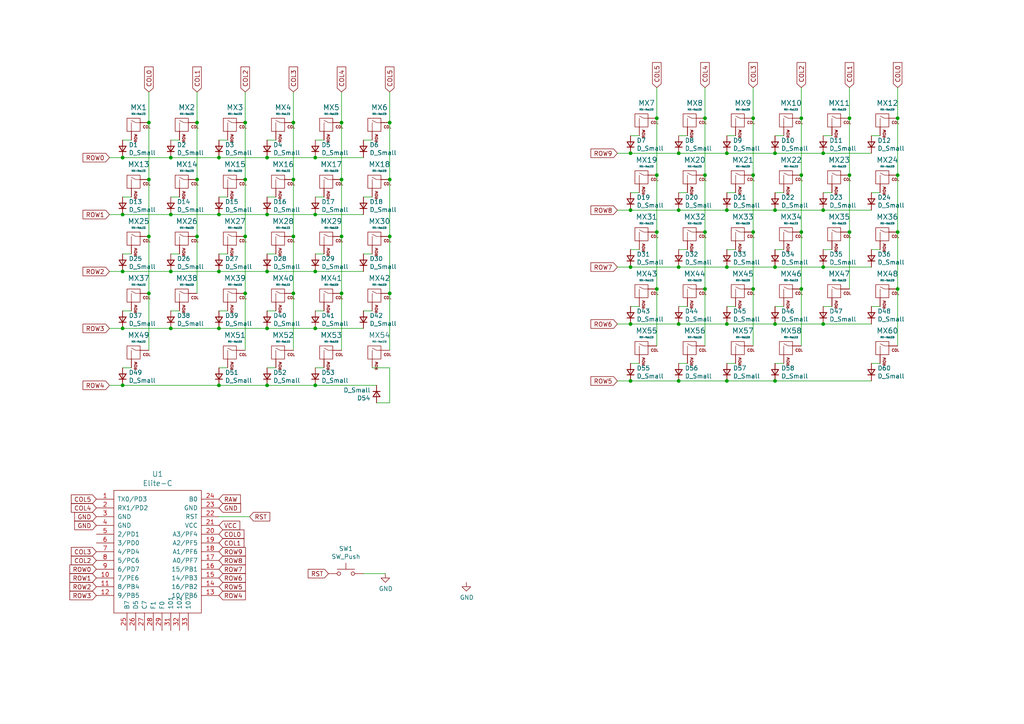
<source format=kicad_sch>
(kicad_sch (version 20211123) (generator eeschema)
  (paper "A4")
  (junction (at 260.35 50.8))
  (junction (at 77.47 62.23))
  (junction (at 85.09 52.07))
  (junction (at 224.79 60.96))
  (junction (at 246.38 67.31))
  (junction (at 113.03 85.09))
  (junction (at 246.38 50.8))
  (junction (at 210.82 93.98))
  (junction (at 77.47 95.25))
  (junction (at 196.85 60.96))
  (junction (at 71.12 85.09))
  (junction (at 49.53 95.25))
  (junction (at 35.56 111.76))
  (junction (at 77.47 45.72))
  (junction (at 232.41 67.31))
  (junction (at 43.18 35.56))
  (junction (at 260.35 67.31))
  (junction (at 238.76 44.45))
  (junction (at 85.09 68.58))
  (junction (at 63.5 62.23))
  (junction (at 196.85 44.45))
  (junction (at 113.03 68.58))
  (junction (at 204.47 34.29))
  (junction (at 63.5 111.76))
  (junction (at 204.47 50.8))
  (junction (at 196.85 77.47))
  (junction (at 35.56 62.23))
  (junction (at 182.88 60.96))
  (junction (at 35.56 78.74))
  (junction (at 182.88 77.47))
  (junction (at 238.76 93.98))
  (junction (at 190.5 67.31))
  (junction (at 190.5 34.29))
  (junction (at 63.5 95.25))
  (junction (at 63.5 45.72))
  (junction (at 77.47 78.74))
  (junction (at 85.09 85.09))
  (junction (at 35.56 45.72))
  (junction (at 210.82 110.49))
  (junction (at 182.88 93.98))
  (junction (at 113.03 35.56))
  (junction (at 91.44 111.76))
  (junction (at 91.44 95.25))
  (junction (at 218.44 67.31))
  (junction (at 49.53 62.23))
  (junction (at 224.79 110.49))
  (junction (at 210.82 77.47))
  (junction (at 71.12 52.07))
  (junction (at 260.35 34.29))
  (junction (at 91.44 45.72))
  (junction (at 260.35 83.82))
  (junction (at 210.82 60.96))
  (junction (at 71.12 35.56))
  (junction (at 99.06 52.07))
  (junction (at 57.15 35.56))
  (junction (at 43.18 52.07))
  (junction (at 91.44 78.74))
  (junction (at 238.76 60.96))
  (junction (at 77.47 111.76))
  (junction (at 99.06 35.56))
  (junction (at 57.15 52.07))
  (junction (at 218.44 83.82))
  (junction (at 49.53 45.72))
  (junction (at 204.47 83.82))
  (junction (at 196.85 110.49))
  (junction (at 218.44 34.29))
  (junction (at 85.09 35.56))
  (junction (at 182.88 44.45))
  (junction (at 113.03 52.07))
  (junction (at 57.15 68.58))
  (junction (at 232.41 34.29))
  (junction (at 190.5 83.82))
  (junction (at 238.76 77.47))
  (junction (at 196.85 93.98))
  (junction (at 71.12 68.58))
  (junction (at 43.18 85.09))
  (junction (at 99.06 68.58))
  (junction (at 182.88 110.49))
  (junction (at 91.44 62.23))
  (junction (at 218.44 50.8))
  (junction (at 43.18 68.58))
  (junction (at 224.79 93.98))
  (junction (at 232.41 83.82))
  (junction (at 232.41 50.8))
  (junction (at 204.47 67.31))
  (junction (at 224.79 44.45))
  (junction (at 246.38 34.29))
  (junction (at 99.06 85.09))
  (junction (at 49.53 78.74))
  (junction (at 224.79 77.47))
  (junction (at 210.82 44.45))
  (junction (at 63.5 78.74))
  (junction (at 35.56 95.25))
  (junction (at 190.5 50.8))
  (wire (pts (xy 43.18 35.56) (xy 43.18 52.07)))
  (wire (pts (xy 35.56 62.23) (xy 49.53 62.23)))
  (wire (pts (xy 232.41 25.4) (xy 232.41 34.29)))
  (wire (pts (xy 35.56 78.74) (xy 49.53 78.74)))
  (wire (pts (xy 204.47 50.8) (xy 204.47 67.31)))
  (wire (pts (xy 196.85 88.9) (xy 199.39 88.9)))
  (wire (pts (xy 49.53 45.72) (xy 63.5 45.72)))
  (wire (pts (xy 190.5 67.31) (xy 190.5 83.82)))
  (wire (pts (xy 43.18 85.09) (xy 43.18 101.6)))
  (wire (pts (xy 91.44 62.23) (xy 105.41 62.23)))
  (wire (pts (xy 71.12 85.09) (xy 71.12 101.6)))
  (wire (pts (xy 77.47 90.17) (xy 80.01 90.17)))
  (wire (pts (xy 252.73 88.9) (xy 255.27 88.9)))
  (wire (pts (xy 179.07 93.98) (xy 182.88 93.98)))
  (wire (pts (xy 204.47 67.31) (xy 204.47 83.82)))
  (wire (pts (xy 49.53 78.74) (xy 63.5 78.74)))
  (wire (pts (xy 63.5 62.23) (xy 77.47 62.23)))
  (wire (pts (xy 113.03 52.07) (xy 113.03 68.58)))
  (wire (pts (xy 260.35 67.31) (xy 260.35 83.82)))
  (wire (pts (xy 63.5 57.15) (xy 66.04 57.15)))
  (wire (pts (xy 35.56 95.25) (xy 49.53 95.25)))
  (wire (pts (xy 85.09 35.56) (xy 85.09 52.07)))
  (wire (pts (xy 210.82 77.47) (xy 224.79 77.47)))
  (wire (pts (xy 238.76 39.37) (xy 241.3 39.37)))
  (wire (pts (xy 35.56 45.72) (xy 49.53 45.72)))
  (wire (pts (xy 85.09 26.67) (xy 85.09 35.56)))
  (wire (pts (xy 196.85 93.98) (xy 210.82 93.98)))
  (wire (pts (xy 196.85 55.88) (xy 199.39 55.88)))
  (wire (pts (xy 246.38 25.4) (xy 246.38 34.29)))
  (wire (pts (xy 91.44 40.64) (xy 93.98 40.64)))
  (wire (pts (xy 85.09 68.58) (xy 85.09 85.09)))
  (wire (pts (xy 113.03 68.58) (xy 113.03 85.09)))
  (wire (pts (xy 260.35 83.82) (xy 260.35 100.33)))
  (wire (pts (xy 77.47 106.68) (xy 80.01 106.68)))
  (wire (pts (xy 232.41 34.29) (xy 232.41 50.8)))
  (wire (pts (xy 232.41 50.8) (xy 232.41 67.31)))
  (wire (pts (xy 218.44 25.4) (xy 218.44 34.29)))
  (wire (pts (xy 182.88 39.37) (xy 185.42 39.37)))
  (wire (pts (xy 238.76 93.98) (xy 252.73 93.98)))
  (wire (pts (xy 35.56 40.64) (xy 38.1 40.64)))
  (wire (pts (xy 182.88 105.41) (xy 185.42 105.41)))
  (wire (pts (xy 77.47 95.25) (xy 91.44 95.25)))
  (wire (pts (xy 190.5 34.29) (xy 190.5 50.8)))
  (wire (pts (xy 31.75 62.23) (xy 35.56 62.23)))
  (wire (pts (xy 77.47 73.66) (xy 80.01 73.66)))
  (wire (pts (xy 232.41 83.82) (xy 232.41 100.33)))
  (wire (pts (xy 246.38 34.29) (xy 246.38 50.8)))
  (wire (pts (xy 182.88 93.98) (xy 196.85 93.98)))
  (wire (pts (xy 182.88 60.96) (xy 196.85 60.96)))
  (wire (pts (xy 238.76 77.47) (xy 252.73 77.47)))
  (wire (pts (xy 91.44 111.76) (xy 109.22 111.76)))
  (wire (pts (xy 57.15 52.07) (xy 57.15 68.58)))
  (wire (pts (xy 113.03 106.68) (xy 107.95 106.68)))
  (wire (pts (xy 224.79 88.9) (xy 227.33 88.9)))
  (wire (pts (xy 224.79 44.45) (xy 238.76 44.45)))
  (wire (pts (xy 31.75 95.25) (xy 35.56 95.25)))
  (wire (pts (xy 35.56 111.76) (xy 63.5 111.76)))
  (wire (pts (xy 190.5 25.4) (xy 190.5 34.29)))
  (wire (pts (xy 57.15 35.56) (xy 57.15 52.07)))
  (wire (pts (xy 77.47 57.15) (xy 80.01 57.15)))
  (wire (pts (xy 238.76 55.88) (xy 241.3 55.88)))
  (wire (pts (xy 91.44 45.72) (xy 105.41 45.72)))
  (wire (pts (xy 113.03 26.67) (xy 113.03 35.56)))
  (wire (pts (xy 77.47 111.76) (xy 91.44 111.76)))
  (wire (pts (xy 182.88 72.39) (xy 185.42 72.39)))
  (wire (pts (xy 35.56 57.15) (xy 38.1 57.15)))
  (wire (pts (xy 182.88 44.45) (xy 196.85 44.45)))
  (wire (pts (xy 91.44 73.66) (xy 93.98 73.66)))
  (wire (pts (xy 49.53 40.64) (xy 52.07 40.64)))
  (wire (pts (xy 179.07 44.45) (xy 182.88 44.45)))
  (wire (pts (xy 105.41 73.66) (xy 107.95 73.66)))
  (wire (pts (xy 43.18 68.58) (xy 43.18 85.09)))
  (wire (pts (xy 232.41 67.31) (xy 232.41 83.82)))
  (wire (pts (xy 204.47 83.82) (xy 204.47 100.33)))
  (wire (pts (xy 210.82 39.37) (xy 213.36 39.37)))
  (wire (pts (xy 63.5 78.74) (xy 77.47 78.74)))
  (wire (pts (xy 35.56 106.68) (xy 38.1 106.68)))
  (wire (pts (xy 204.47 34.29) (xy 204.47 50.8)))
  (wire (pts (xy 196.85 39.37) (xy 199.39 39.37)))
  (wire (pts (xy 210.82 60.96) (xy 224.79 60.96)))
  (wire (pts (xy 190.5 83.82) (xy 190.5 100.33)))
  (wire (pts (xy 196.85 105.41) (xy 199.39 105.41)))
  (wire (pts (xy 252.73 55.88) (xy 255.27 55.88)))
  (wire (pts (xy 179.07 110.49) (xy 182.88 110.49)))
  (wire (pts (xy 210.82 88.9) (xy 213.36 88.9)))
  (wire (pts (xy 63.5 95.25) (xy 77.47 95.25)))
  (wire (pts (xy 63.5 149.86) (xy 72.39 149.86)))
  (wire (pts (xy 179.07 60.96) (xy 182.88 60.96)))
  (wire (pts (xy 238.76 44.45) (xy 252.73 44.45)))
  (wire (pts (xy 71.12 52.07) (xy 71.12 68.58)))
  (wire (pts (xy 218.44 83.82) (xy 218.44 100.33)))
  (wire (pts (xy 49.53 62.23) (xy 63.5 62.23)))
  (wire (pts (xy 252.73 39.37) (xy 255.27 39.37)))
  (wire (pts (xy 105.41 57.15) (xy 107.95 57.15)))
  (wire (pts (xy 77.47 40.64) (xy 80.01 40.64)))
  (wire (pts (xy 99.06 68.58) (xy 99.06 85.09)))
  (wire (pts (xy 49.53 73.66) (xy 52.07 73.66)))
  (wire (pts (xy 49.53 95.25) (xy 63.5 95.25)))
  (wire (pts (xy 63.5 90.17) (xy 66.04 90.17)))
  (wire (pts (xy 43.18 52.07) (xy 43.18 68.58)))
  (wire (pts (xy 210.82 72.39) (xy 213.36 72.39)))
  (wire (pts (xy 210.82 110.49) (xy 224.79 110.49)))
  (wire (pts (xy 260.35 25.4) (xy 260.35 34.29)))
  (wire (pts (xy 182.88 77.47) (xy 196.85 77.47)))
  (wire (pts (xy 210.82 44.45) (xy 224.79 44.45)))
  (wire (pts (xy 91.44 57.15) (xy 93.98 57.15)))
  (wire (pts (xy 57.15 26.67) (xy 57.15 35.56)))
  (wire (pts (xy 238.76 60.96) (xy 252.73 60.96)))
  (wire (pts (xy 63.5 73.66) (xy 66.04 73.66)))
  (wire (pts (xy 179.07 77.47) (xy 182.88 77.47)))
  (wire (pts (xy 218.44 50.8) (xy 218.44 67.31)))
  (wire (pts (xy 210.82 105.41) (xy 213.36 105.41)))
  (wire (pts (xy 190.5 50.8) (xy 190.5 67.31)))
  (wire (pts (xy 224.79 55.88) (xy 227.33 55.88)))
  (wire (pts (xy 224.79 110.49) (xy 252.73 110.49)))
  (wire (pts (xy 35.56 90.17) (xy 38.1 90.17)))
  (wire (pts (xy 71.12 35.56) (xy 71.12 52.07)))
  (wire (pts (xy 105.41 90.17) (xy 107.95 90.17)))
  (wire (pts (xy 31.75 45.72) (xy 35.56 45.72)))
  (wire (pts (xy 99.06 35.56) (xy 99.06 52.07)))
  (wire (pts (xy 99.06 26.67) (xy 99.06 35.56)))
  (wire (pts (xy 77.47 78.74) (xy 91.44 78.74)))
  (wire (pts (xy 85.09 52.07) (xy 85.09 68.58)))
  (wire (pts (xy 260.35 50.8) (xy 260.35 67.31)))
  (wire (pts (xy 204.47 25.4) (xy 204.47 34.29)))
  (wire (pts (xy 49.53 57.15) (xy 52.07 57.15)))
  (wire (pts (xy 182.88 110.49) (xy 196.85 110.49)))
  (wire (pts (xy 224.79 105.41) (xy 227.33 105.41)))
  (wire (pts (xy 252.73 105.41) (xy 255.27 105.41)))
  (wire (pts (xy 113.03 116.84) (xy 109.22 116.84)))
  (wire (pts (xy 246.38 50.8) (xy 246.38 67.31)))
  (wire (pts (xy 224.79 77.47) (xy 238.76 77.47)))
  (wire (pts (xy 99.06 85.09) (xy 99.06 101.6)))
  (wire (pts (xy 49.53 90.17) (xy 52.07 90.17)))
  (wire (pts (xy 246.38 67.31) (xy 246.38 83.82)))
  (wire (pts (xy 196.85 77.47) (xy 210.82 77.47)))
  (wire (pts (xy 31.75 111.76) (xy 35.56 111.76)))
  (wire (pts (xy 224.79 72.39) (xy 227.33 72.39)))
  (wire (pts (xy 63.5 45.72) (xy 77.47 45.72)))
  (wire (pts (xy 57.15 68.58) (xy 57.15 85.09)))
  (wire (pts (xy 113.03 85.09) (xy 113.03 101.6)))
  (wire (pts (xy 218.44 34.29) (xy 218.44 50.8)))
  (wire (pts (xy 210.82 93.98) (xy 224.79 93.98)))
  (wire (pts (xy 63.5 111.76) (xy 77.47 111.76)))
  (wire (pts (xy 105.41 166.37) (xy 111.76 166.37)))
  (wire (pts (xy 196.85 44.45) (xy 210.82 44.45)))
  (wire (pts (xy 260.35 34.29) (xy 260.35 50.8)))
  (wire (pts (xy 91.44 95.25) (xy 105.41 95.25)))
  (wire (pts (xy 196.85 72.39) (xy 199.39 72.39)))
  (wire (pts (xy 63.5 106.68) (xy 66.04 106.68)))
  (wire (pts (xy 196.85 110.49) (xy 210.82 110.49)))
  (wire (pts (xy 31.75 78.74) (xy 35.56 78.74)))
  (wire (pts (xy 238.76 88.9) (xy 241.3 88.9)))
  (wire (pts (xy 182.88 88.9) (xy 185.42 88.9)))
  (wire (pts (xy 182.88 55.88) (xy 185.42 55.88)))
  (wire (pts (xy 252.73 72.39) (xy 255.27 72.39)))
  (wire (pts (xy 77.47 62.23) (xy 91.44 62.23)))
  (wire (pts (xy 77.47 45.72) (xy 91.44 45.72)))
  (wire (pts (xy 85.09 85.09) (xy 85.09 101.6)))
  (wire (pts (xy 224.79 39.37) (xy 227.33 39.37)))
  (wire (pts (xy 43.18 26.67) (xy 43.18 35.56)))
  (wire (pts (xy 224.79 60.96) (xy 238.76 60.96)))
  (wire (pts (xy 71.12 26.67) (xy 71.12 35.56)))
  (wire (pts (xy 224.79 93.98) (xy 238.76 93.98)))
  (wire (pts (xy 91.44 90.17) (xy 93.98 90.17)))
  (wire (pts (xy 35.56 73.66) (xy 38.1 73.66)))
  (wire (pts (xy 113.03 106.68) (xy 113.03 116.84)))
  (wire (pts (xy 71.12 68.58) (xy 71.12 85.09)))
  (wire (pts (xy 218.44 67.31) (xy 218.44 83.82)))
  (wire (pts (xy 91.44 78.74) (xy 105.41 78.74)))
  (wire (pts (xy 238.76 72.39) (xy 241.3 72.39)))
  (wire (pts (xy 63.5 40.64) (xy 66.04 40.64)))
  (wire (pts (xy 91.44 106.68) (xy 93.98 106.68)))
  (wire (pts (xy 99.06 52.07) (xy 99.06 68.58)))
  (wire (pts (xy 113.03 35.56) (xy 113.03 52.07)))
  (wire (pts (xy 105.41 40.64) (xy 107.95 40.64)))
  (wire (pts (xy 210.82 55.88) (xy 213.36 55.88)))
  (wire (pts (xy 196.85 60.96) (xy 210.82 60.96)))
  (global_label "ROW1" (shape input) (at 27.94 167.64 180) (property "Intersheet References" "${INTERSHEET_REFS}" (effects hide)))
  (global_label "ROW3" (shape input) (at 31.75 95.25 180) (property "Intersheet References" "${INTERSHEET_REFS}" (effects hide)))
  (global_label "COL1" (shape input) (at 246.38 25.4 90) (property "Intersheet References" "${INTERSHEET_REFS}" (effects hide)))
  (global_label "GND" (shape input) (at 27.94 149.86 180) (property "Intersheet References" "${INTERSHEET_REFS}" (effects hide)))
  (global_label "COL1" (shape input) (at 63.5 157.48 0) (property "Intersheet References" "${INTERSHEET_REFS}" (effects hide)))
  (global_label "COL0" (shape input) (at 63.5 154.94 0) (property "Intersheet References" "${INTERSHEET_REFS}" (effects hide)))
  (global_label "RST" (shape input) (at 95.25 166.37 180) (property "Intersheet References" "${INTERSHEET_REFS}" (effects hide)))
  (global_label "COL5" (shape input) (at 190.5 25.4 90) (property "Intersheet References" "${INTERSHEET_REFS}" (effects hide)))
  (global_label "ROW4" (shape input) (at 31.75 111.76 180) (property "Intersheet References" "${INTERSHEET_REFS}" (effects hide)))
  (global_label "ROW1" (shape input) (at 31.75 62.23 180) (property "Intersheet References" "${INTERSHEET_REFS}" (effects hide)))
  (global_label "COL3" (shape input) (at 27.94 160.02 180) (property "Intersheet References" "${INTERSHEET_REFS}" (effects hide)))
  (global_label "GND" (shape input) (at 27.94 152.4 180) (property "Intersheet References" "${INTERSHEET_REFS}" (effects hide)))
  (global_label "ROW9" (shape input) (at 63.5 160.02 0) (property "Intersheet References" "${INTERSHEET_REFS}" (effects hide)))
  (global_label "ROW0" (shape input) (at 31.75 45.72 180) (property "Intersheet References" "${INTERSHEET_REFS}" (effects hide)))
  (global_label "ROW5" (shape input) (at 63.5 170.18 0) (property "Intersheet References" "${INTERSHEET_REFS}" (effects hide)))
  (global_label "ROW6" (shape input) (at 179.07 93.98 180) (property "Intersheet References" "${INTERSHEET_REFS}" (effects hide)))
  (global_label "RAW" (shape input) (at 63.5 144.78 0) (property "Intersheet References" "${INTERSHEET_REFS}" (effects hide)))
  (global_label "ROW4" (shape input) (at 63.5 172.72 0) (property "Intersheet References" "${INTERSHEET_REFS}" (effects hide)))
  (global_label "ROW7" (shape input) (at 179.07 77.47 180) (property "Intersheet References" "${INTERSHEET_REFS}" (effects hide)))
  (global_label "RST" (shape input) (at 72.39 149.86 0) (property "Intersheet References" "${INTERSHEET_REFS}" (effects hide)))
  (global_label "ROW8" (shape input) (at 63.5 162.56 0) (property "Intersheet References" "${INTERSHEET_REFS}" (effects hide)))
  (global_label "COL2" (shape input) (at 71.12 26.67 90) (property "Intersheet References" "${INTERSHEET_REFS}" (effects hide)))
  (global_label "ROW5" (shape input) (at 179.07 110.49 180) (property "Intersheet References" "${INTERSHEET_REFS}" (effects hide)))
  (global_label "COL5" (shape input) (at 113.03 26.67 90) (property "Intersheet References" "${INTERSHEET_REFS}" (effects hide)))
  (global_label "COL0" (shape input) (at 260.35 25.4 90) (property "Intersheet References" "${INTERSHEET_REFS}" (effects hide)))
  (global_label "COL0" (shape input) (at 43.18 26.67 90) (property "Intersheet References" "${INTERSHEET_REFS}" (effects hide)))
  (global_label "ROW8" (shape input) (at 179.07 60.96 180) (property "Intersheet References" "${INTERSHEET_REFS}" (effects hide)))
  (global_label "COL4" (shape input) (at 99.06 26.67 90) (property "Intersheet References" "${INTERSHEET_REFS}" (effects hide)))
  (global_label "COL1" (shape input) (at 57.15 26.67 90) (property "Intersheet References" "${INTERSHEET_REFS}" (effects hide)))
  (global_label "COL2" (shape input) (at 27.94 162.56 180) (property "Intersheet References" "${INTERSHEET_REFS}" (effects hide)))
  (global_label "COL3" (shape input) (at 218.44 25.4 90) (property "Intersheet References" "${INTERSHEET_REFS}" (effects hide)))
  (global_label "COL4" (shape input) (at 204.47 25.4 90) (property "Intersheet References" "${INTERSHEET_REFS}" (effects hide)))
  (global_label "ROW0" (shape input) (at 27.94 165.1 180) (property "Intersheet References" "${INTERSHEET_REFS}" (effects hide)))
  (global_label "ROW2" (shape input) (at 31.75 78.74 180) (property "Intersheet References" "${INTERSHEET_REFS}" (effects hide)))
  (global_label "ROW2" (shape input) (at 27.94 170.18 180) (property "Intersheet References" "${INTERSHEET_REFS}" (effects hide)))
  (global_label "GND" (shape input) (at 63.5 147.32 0) (property "Intersheet References" "${INTERSHEET_REFS}" (effects hide)))
  (global_label "COL5" (shape input) (at 27.94 144.78 180) (property "Intersheet References" "${INTERSHEET_REFS}" (effects hide)))
  (global_label "ROW3" (shape input) (at 27.94 172.72 180) (property "Intersheet References" "${INTERSHEET_REFS}" (effects hide)))
  (global_label "COL4" (shape input) (at 27.94 147.32 180) (property "Intersheet References" "${INTERSHEET_REFS}" (effects hide)))
  (global_label "ROW6" (shape input) (at 63.5 167.64 0) (property "Intersheet References" "${INTERSHEET_REFS}" (effects hide)))
  (global_label "VCC" (shape input) (at 63.5 152.4 0) (property "Intersheet References" "${INTERSHEET_REFS}" (effects hide)))
  (global_label "ROW7" (shape input) (at 63.5 165.1 0) (property "Intersheet References" "${INTERSHEET_REFS}" (effects hide)))
  (global_label "COL3" (shape input) (at 85.09 26.67 90) (property "Intersheet References" "${INTERSHEET_REFS}" (effects hide)))
  (global_label "COL2" (shape input) (at 232.41 25.4 90) (property "Intersheet References" "${INTERSHEET_REFS}" (effects hide)))
  (global_label "ROW9" (shape input) (at 179.07 44.45 180) (property "Intersheet References" "${INTERSHEET_REFS}" (effects hide)))
  (symbol (lib_id "Device:D_Small") (at 182.88 107.95 90) (unit 1)
    (property "Reference" "D55" (at 184.658 106.7816 90) (effects (justify right)))
    (property "Value" "D_Small" (at 184.658 109.093 90) (effects (justify right)))
    (property "Footprint" "footprints:D3_hybrid_common_hole_connected_fix" (effects hide))
  )
  (symbol (lib_id "Device:D_Small") (at 238.76 58.42 90) (unit 1)
    (property "Reference" "D23" (at 240.538 57.2516 90) (effects (justify right)))
    (property "Value" "D_Small" (at 240.538 59.563 90) (effects (justify right)))
    (property "Footprint" "footprints:D3_hybrid_common_hole_connected_fix" (effects hide))
  )
  (symbol (lib_id "Device:D_Small") (at 224.79 41.91 90) (unit 1)
    (property "Reference" "D10" (at 226.568 40.7416 90) (effects (justify right)))
    (property "Value" "D_Small" (at 226.568 43.053 90) (effects (justify right)))
    (property "Footprint" "footprints:D3_hybrid_common_hole_connected_fix" (effects hide))
  )
  (symbol (lib_id "Device:D_Small") (at 252.73 74.93 90) (unit 1)
    (property "Reference" "D36" (at 254.508 73.7616 90) (effects (justify right)))
    (property "Value" "D_Small" (at 254.508 76.073 90) (effects (justify right)))
    (property "Footprint" "footprints:D3_hybrid_common_hole_connected_fix" (effects hide))
  )
  (symbol (lib_id "MX_Alps_Hybrid:MX-NoLED") (at 186.69 68.58 0) (unit 1)
    (property "Reference" "MX31" (at 187.5282 62.9158 0) (effects (font (size 1.524 1.524))))
    (property "Value" "MX-NoLED" (at 187.5282 64.7954 0) (effects (font (size 0.508 0.508))))
    (property "Footprint" "footprints:Choc_Hotswap_Solder_18x17" (effects hide))
  )
  (symbol (lib_id "Device:D_Small") (at 91.44 92.71 90) (unit 1)
    (property "Reference" "D41" (at 93.218 91.5416 90) (effects (justify right)))
    (property "Value" "D_Small" (at 93.218 93.853 90) (effects (justify right)))
    (property "Footprint" "footprints:D3_hybrid_common_hole_connected_fix" (effects hide))
  )
  (symbol (lib_id "Device:D_Small") (at 35.56 76.2 90) (unit 1)
    (property "Reference" "D25" (at 37.338 75.0316 90) (effects (justify right)))
    (property "Value" "D_Small" (at 37.338 77.343 90) (effects (justify right)))
    (property "Footprint" "footprints:D3_hybrid_common_hole_connected_fix" (effects hide))
  )
  (symbol (lib_id "MX_Alps_Hybrid:MX-NoLED") (at 81.28 36.83 0) (unit 1)
    (property "Reference" "MX4" (at 82.1182 31.1658 0) (effects (font (size 1.524 1.524))))
    (property "Value" "MX-NoLED" (at 82.1182 33.0454 0) (effects (font (size 0.508 0.508))))
    (property "Footprint" "footprints:Choc_Hotswap_Solder_18x17" (effects hide))
  )
  (symbol (lib_id "MX_Alps_Hybrid:MX-NoLED") (at 242.57 68.58 0) (unit 1)
    (property "Reference" "MX35" (at 243.4082 62.9158 0) (effects (font (size 1.524 1.524))))
    (property "Value" "MX-NoLED" (at 243.4082 64.7954 0) (effects (font (size 0.508 0.508))))
    (property "Footprint" "footprints:Choc_Hotswap_Solder_18x17" (effects hide))
  )
  (symbol (lib_id "MX_Alps_Hybrid:MX-NoLED") (at 95.25 86.36 0) (unit 1)
    (property "Reference" "MX41" (at 96.0882 80.6958 0) (effects (font (size 1.524 1.524))))
    (property "Value" "MX-NoLED" (at 96.0882 82.5754 0) (effects (font (size 0.508 0.508))))
    (property "Footprint" "footprints:Choc_Hotswap_Solder_18x17" (effects hide))
  )
  (symbol (lib_id "MX_Alps_Hybrid:MX-NoLED") (at 186.69 85.09 0) (unit 1)
    (property "Reference" "MX43" (at 187.5282 79.4258 0) (effects (font (size 1.524 1.524))))
    (property "Value" "MX-NoLED" (at 187.5282 81.3054 0) (effects (font (size 0.508 0.508))))
    (property "Footprint" "footprints:Choc_Hotswap_Solder_18x17" (effects hide))
  )
  (symbol (lib_id "Device:D_Small") (at 91.44 43.18 90) (unit 1)
    (property "Reference" "D5" (at 93.218 42.0116 90) (effects (justify right)))
    (property "Value" "D_Small" (at 93.218 44.323 90) (effects (justify right)))
    (property "Footprint" "footprints:D3_hybrid_common_hole_connected_fix" (effects hide))
  )
  (symbol (lib_id "Device:D_Small") (at 63.5 76.2 90) (unit 1)
    (property "Reference" "D27" (at 65.278 75.0316 90) (effects (justify right)))
    (property "Value" "D_Small" (at 65.278 77.343 90) (effects (justify right)))
    (property "Footprint" "footprints:D3_hybrid_common_hole_connected_fix" (effects hide))
  )
  (symbol (lib_id "MX_Alps_Hybrid:MX-NoLED") (at 214.63 68.58 0) (unit 1)
    (property "Reference" "MX33" (at 215.4682 62.9158 0) (effects (font (size 1.524 1.524))))
    (property "Value" "MX-NoLED" (at 215.4682 64.7954 0) (effects (font (size 0.508 0.508))))
    (property "Footprint" "footprints:Choc_Hotswap_Solder_18x17" (effects hide))
  )
  (symbol (lib_id "Device:D_Small") (at 238.76 91.44 90) (unit 1)
    (property "Reference" "D47" (at 240.538 90.2716 90) (effects (justify right)))
    (property "Value" "D_Small" (at 240.538 92.583 90) (effects (justify right)))
    (property "Footprint" "footprints:D3_hybrid_common_hole_connected_fix" (effects hide))
  )
  (symbol (lib_id "Device:D_Small") (at 238.76 41.91 90) (unit 1)
    (property "Reference" "D11" (at 240.538 40.7416 90) (effects (justify right)))
    (property "Value" "D_Small" (at 240.538 43.053 90) (effects (justify right)))
    (property "Footprint" "footprints:D3_hybrid_common_hole_connected_fix" (effects hide))
  )
  (symbol (lib_id "MX_Alps_Hybrid:MX-NoLED") (at 67.31 36.83 0) (unit 1)
    (property "Reference" "MX3" (at 68.1482 31.1658 0) (effects (font (size 1.524 1.524))))
    (property "Value" "MX-NoLED" (at 68.1482 33.0454 0) (effects (font (size 0.508 0.508))))
    (property "Footprint" "footprints:Choc_Hotswap_Solder_18x17" (effects hide))
  )
  (symbol (lib_id "Device:D_Small") (at 252.73 41.91 90) (unit 1)
    (property "Reference" "D12" (at 254.508 40.7416 90) (effects (justify right)))
    (property "Value" "D_Small" (at 254.508 43.053 90) (effects (justify right)))
    (property "Footprint" "footprints:D3_hybrid_common_hole_connected_fix" (effects hide))
  )
  (symbol (lib_id "MX_Alps_Hybrid:MX-NoLED") (at 214.63 101.6 0) (unit 1)
    (property "Reference" "MX57" (at 215.4682 95.9358 0) (effects (font (size 1.524 1.524))))
    (property "Value" "MX-NoLED" (at 215.4682 97.8154 0) (effects (font (size 0.508 0.508))))
    (property "Footprint" "footprints:Choc_Hotswap_Solder_18x17" (effects hide))
  )
  (symbol (lib_id "MX_Alps_Hybrid:MX-NoLED") (at 53.34 53.34 0) (unit 1)
    (property "Reference" "MX14" (at 54.1782 47.6758 0) (effects (font (size 1.524 1.524))))
    (property "Value" "MX-NoLED" (at 54.1782 49.5554 0) (effects (font (size 0.508 0.508))))
    (property "Footprint" "footprints:Choc_Hotswap_Solder_18x17" (effects hide))
  )
  (symbol (lib_id "MX_Alps_Hybrid:MX-NoLED") (at 200.66 35.56 0) (unit 1)
    (property "Reference" "MX8" (at 201.4982 29.8958 0) (effects (font (size 1.524 1.524))))
    (property "Value" "MX-NoLED" (at 201.4982 31.7754 0) (effects (font (size 0.508 0.508))))
    (property "Footprint" "footprints:Choc_Hotswap_Solder_18x17" (effects hide))
  )
  (symbol (lib_id "Device:D_Small") (at 252.73 91.44 90) (unit 1)
    (property "Reference" "D48" (at 254.508 90.2716 90) (effects (justify right)))
    (property "Value" "D_Small" (at 254.508 92.583 90) (effects (justify right)))
    (property "Footprint" "footprints:D3_hybrid_common_hole_connected_fix" (effects hide))
  )
  (symbol (lib_id "Device:D_Small") (at 196.85 58.42 90) (unit 1)
    (property "Reference" "D20" (at 198.628 57.2516 90) (effects (justify right)))
    (property "Value" "D_Small" (at 198.628 59.563 90) (effects (justify right)))
    (property "Footprint" "footprints:D3_hybrid_common_hole_connected_fix" (effects hide))
  )
  (symbol (lib_id "Device:D_Small") (at 105.41 59.69 90) (unit 1)
    (property "Reference" "D18" (at 107.188 58.5216 90) (effects (justify right)))
    (property "Value" "D_Small" (at 107.188 60.833 90) (effects (justify right)))
    (property "Footprint" "footprints:D3_hybrid_common_hole_connected_fix" (effects hide))
  )
  (symbol (lib_id "MX_Alps_Hybrid:MX-NoLED") (at 256.54 52.07 0) (unit 1)
    (property "Reference" "MX24" (at 257.3782 46.4058 0) (effects (font (size 1.524 1.524))))
    (property "Value" "MX-NoLED" (at 257.3782 48.2854 0) (effects (font (size 0.508 0.508))))
    (property "Footprint" "footprints:Choc_Hotswap_Solder_18x17" (effects hide))
  )
  (symbol (lib_id "MX_Alps_Hybrid:MX-NoLED") (at 214.63 85.09 0) (unit 1)
    (property "Reference" "MX45" (at 215.4682 79.4258 0) (effects (font (size 1.524 1.524))))
    (property "Value" "MX-NoLED" (at 215.4682 81.3054 0) (effects (font (size 0.508 0.508))))
    (property "Footprint" "footprints:Choc_Hotswap_Solder_18x17" (effects hide))
  )
  (symbol (lib_id "Device:D_Small") (at 91.44 76.2 90) (unit 1)
    (property "Reference" "D29" (at 93.218 75.0316 90) (effects (justify right)))
    (property "Value" "D_Small" (at 93.218 77.343 90) (effects (justify right)))
    (property "Footprint" "footprints:D3_hybrid_common_hole_connected_fix" (effects hide))
  )
  (symbol (lib_id "MX_Alps_Hybrid:MX-NoLED") (at 95.25 53.34 0) (unit 1)
    (property "Reference" "MX17" (at 96.0882 47.6758 0) (effects (font (size 1.524 1.524))))
    (property "Value" "MX-NoLED" (at 96.0882 49.5554 0) (effects (font (size 0.508 0.508))))
    (property "Footprint" "footprints:Choc_Hotswap_Solder_18x17" (effects hide))
  )
  (symbol (lib_id "Device:D_Small") (at 77.47 92.71 90) (unit 1)
    (property "Reference" "D40" (at 79.248 91.5416 90) (effects (justify right)))
    (property "Value" "D_Small" (at 79.248 93.853 90) (effects (justify right)))
    (property "Footprint" "footprints:D3_hybrid_common_hole_connected_fix" (effects hide))
  )
  (symbol (lib_id "Device:D_Small") (at 35.56 109.22 90) (unit 1)
    (property "Reference" "D49" (at 37.338 108.0516 90) (effects (justify right)))
    (property "Value" "D_Small" (at 37.338 110.363 90) (effects (justify right)))
    (property "Footprint" "footprints:D3_hybrid_common_hole_connected_fix" (effects hide))
  )
  (symbol (lib_id "MX_Alps_Hybrid:MX-NoLED") (at 256.54 68.58 0) (unit 1)
    (property "Reference" "MX36" (at 257.3782 62.9158 0) (effects (font (size 1.524 1.524))))
    (property "Value" "MX-NoLED" (at 257.3782 64.7954 0) (effects (font (size 0.508 0.508))))
    (property "Footprint" "footprints:Choc_Hotswap_Solder_18x17" (effects hide))
  )
  (symbol (lib_id "MX_Alps_Hybrid:MX-NoLED") (at 256.54 101.6 0) (unit 1)
    (property "Reference" "MX60" (at 257.3782 95.9358 0) (effects (font (size 1.524 1.524))))
    (property "Value" "MX-NoLED" (at 257.3782 97.8154 0) (effects (font (size 0.508 0.508))))
    (property "Footprint" "footprints:Choc_Hotswap_Solder_18x17" (effects hide))
  )
  (symbol (lib_id "MX_Alps_Hybrid:MX-NoLED") (at 109.22 69.85 0) (unit 1)
    (property "Reference" "MX30" (at 110.0582 64.1858 0) (effects (font (size 1.524 1.524))))
    (property "Value" "MX-NoLED" (at 110.0582 66.0654 0) (effects (font (size 0.508 0.508))))
    (property "Footprint" "footprints:Choc_Hotswap_Solder_18x17" (effects hide))
  )
  (symbol (lib_id "Device:D_Small") (at 224.79 58.42 90) (unit 1)
    (property "Reference" "D22" (at 226.568 57.2516 90) (effects (justify right)))
    (property "Value" "D_Small" (at 226.568 59.563 90) (effects (justify right)))
    (property "Footprint" "footprints:D3_hybrid_common_hole_connected_fix" (effects hide))
  )
  (symbol (lib_id "MX_Alps_Hybrid:MX-NoLED") (at 39.37 102.87 0) (unit 1)
    (property "Reference" "MX49" (at 40.2082 97.2058 0) (effects (font (size 1.524 1.524))))
    (property "Value" "MX-NoLED" (at 40.2082 99.0854 0) (effects (font (size 0.508 0.508))))
    (property "Footprint" "footprints:Choc_Hotswap_Solder_18x17" (effects hide))
  )
  (symbol (lib_id "power:GND") (at 111.76 166.37 0) (unit 1)
    (property "Reference" "#PWR0103" (effects hide))
    (property "Value" "GND" (at 111.887 170.7642 0))
  )
  (symbol (lib_id "MX_Alps_Hybrid:MX-NoLED") (at 200.66 52.07 0) (unit 1)
    (property "Reference" "MX20" (at 201.4982 46.4058 0) (effects (font (size 1.524 1.524))))
    (property "Value" "MX-NoLED" (at 201.4982 48.2854 0) (effects (font (size 0.508 0.508))))
    (property "Footprint" "footprints:Choc_Hotswap_Solder_18x17" (effects hide))
  )
  (symbol (lib_id "MX_Alps_Hybrid:MX-NoLED") (at 53.34 86.36 0) (unit 1)
    (property "Reference" "MX38" (at 54.1782 80.6958 0) (effects (font (size 1.524 1.524))))
    (property "Value" "MX-NoLED" (at 54.1782 82.5754 0) (effects (font (size 0.508 0.508))))
    (property "Footprint" "footprints:Choc_Hotswap_Solder_18x17" (effects hide))
  )
  (symbol (lib_id "Device:D_Small") (at 252.73 58.42 90) (unit 1)
    (property "Reference" "D24" (at 254.508 57.2516 90) (effects (justify right)))
    (property "Value" "D_Small" (at 254.508 59.563 90) (effects (justify right)))
    (property "Footprint" "footprints:D3_hybrid_common_hole_connected_fix" (effects hide))
  )
  (symbol (lib_id "MX_Alps_Hybrid:MX-NoLED") (at 228.6 52.07 0) (unit 1)
    (property "Reference" "MX22" (at 229.4382 46.4058 0) (effects (font (size 1.524 1.524))))
    (property "Value" "MX-NoLED" (at 229.4382 48.2854 0) (effects (font (size 0.508 0.508))))
    (property "Footprint" "footprints:Choc_Hotswap_Solder_18x17" (effects hide))
  )
  (symbol (lib_id "Device:D_Small") (at 196.85 91.44 90) (unit 1)
    (property "Reference" "D44" (at 198.628 90.2716 90) (effects (justify right)))
    (property "Value" "D_Small" (at 198.628 92.583 90) (effects (justify right)))
    (property "Footprint" "footprints:D3_hybrid_common_hole_connected_fix" (effects hide))
  )
  (symbol (lib_id "MX_Alps_Hybrid:MX-NoLED") (at 256.54 35.56 0) (unit 1)
    (property "Reference" "MX12" (at 257.3782 29.8958 0) (effects (font (size 1.524 1.524))))
    (property "Value" "MX-NoLED" (at 257.3782 31.7754 0) (effects (font (size 0.508 0.508))))
    (property "Footprint" "footprints:Choc_Hotswap_Solder_18x17" (effects hide))
  )
  (symbol (lib_id "keebio:Elite-C") (at 45.72 158.75 0) (unit 1)
    (property "Reference" "U1" (at 45.72 137.4902 0) (effects (font (size 1.524 1.524))))
    (property "Value" "Elite-C" (at 45.72 140.1826 0) (effects (font (size 1.524 1.524))))
    (property "Footprint" "footprints:Elite-C" (effects hide))
  )
  (symbol (lib_id "Device:D_Small") (at 77.47 43.18 90) (unit 1)
    (property "Reference" "D4" (at 79.248 42.0116 90) (effects (justify right)))
    (property "Value" "D_Small" (at 79.248 44.323 90) (effects (justify right)))
    (property "Footprint" "footprints:D3_hybrid_common_hole_connected_fix" (effects hide))
  )
  (symbol (lib_id "MX_Alps_Hybrid:MX-NoLED") (at 81.28 86.36 0) (unit 1)
    (property "Reference" "MX40" (at 82.1182 80.6958 0) (effects (font (size 1.524 1.524))))
    (property "Value" "MX-NoLED" (at 82.1182 82.5754 0) (effects (font (size 0.508 0.508))))
    (property "Footprint" "footprints:Choc_Hotswap_Solder_18x17" (effects hide))
  )
  (symbol (lib_id "MX_Alps_Hybrid:MX-NoLED") (at 214.63 52.07 0) (unit 1)
    (property "Reference" "MX21" (at 215.4682 46.4058 0) (effects (font (size 1.524 1.524))))
    (property "Value" "MX-NoLED" (at 215.4682 48.2854 0) (effects (font (size 0.508 0.508))))
    (property "Footprint" "footprints:Choc_Hotswap_Solder_18x17" (effects hide))
  )
  (symbol (lib_id "MX_Alps_Hybrid:MX-NoLED") (at 81.28 53.34 0) (unit 1)
    (property "Reference" "MX16" (at 82.1182 47.6758 0) (effects (font (size 1.524 1.524))))
    (property "Value" "MX-NoLED" (at 82.1182 49.5554 0) (effects (font (size 0.508 0.508))))
    (property "Footprint" "footprints:Choc_Hotswap_Solder_18x17" (effects hide))
  )
  (symbol (lib_id "MX_Alps_Hybrid:MX-NoLED") (at 200.66 85.09 0) (unit 1)
    (property "Reference" "MX44" (at 201.4982 79.4258 0) (effects (font (size 1.524 1.524))))
    (property "Value" "MX-NoLED" (at 201.4982 81.3054 0) (effects (font (size 0.508 0.508))))
    (property "Footprint" "footprints:Choc_Hotswap_Solder_18x17" (effects hide))
  )
  (symbol (lib_id "MX_Alps_Hybrid:MX-NoLED") (at 228.6 35.56 0) (unit 1)
    (property "Reference" "MX10" (at 229.4382 29.8958 0) (effects (font (size 1.524 1.524))))
    (property "Value" "MX-NoLED" (at 229.4382 31.7754 0) (effects (font (size 0.508 0.508))))
    (property "Footprint" "footprints:Choc_Hotswap_Solder_18x17" (effects hide))
  )
  (symbol (lib_id "MX_Alps_Hybrid:MX-NoLED") (at 109.22 86.36 0) (unit 1)
    (property "Reference" "MX42" (at 110.0582 80.6958 0) (effects (font (size 1.524 1.524))))
    (property "Value" "MX-NoLED" (at 110.0582 82.5754 0) (effects (font (size 0.508 0.508))))
    (property "Footprint" "footprints:Choc_Hotswap_Solder_18x17" (effects hide))
  )
  (symbol (lib_id "Device:D_Small") (at 196.85 41.91 90) (unit 1)
    (property "Reference" "D8" (at 198.628 40.7416 90) (effects (justify right)))
    (property "Value" "D_Small" (at 198.628 43.053 90) (effects (justify right)))
    (property "Footprint" "footprints:D3_hybrid_common_hole_connected_fix" (effects hide))
  )
  (symbol (lib_id "Device:D_Small") (at 210.82 74.93 90) (unit 1)
    (property "Reference" "D33" (at 212.598 73.7616 90) (effects (justify right)))
    (property "Value" "D_Small" (at 212.598 76.073 90) (effects (justify right)))
    (property "Footprint" "footprints:D3_hybrid_common_hole_connected_fix" (effects hide))
  )
  (symbol (lib_id "Device:D_Small") (at 49.53 43.18 90) (unit 1)
    (property "Reference" "D2" (at 51.308 42.0116 90) (effects (justify right)))
    (property "Value" "D_Small" (at 51.308 44.323 90) (effects (justify right)))
    (property "Footprint" "footprints:D3_hybrid_common_hole_connected_fix" (effects hide))
  )
  (symbol (lib_id "MX_Alps_Hybrid:MX-NoLED") (at 109.22 36.83 0) (unit 1)
    (property "Reference" "MX6" (at 110.0582 31.1658 0) (effects (font (size 1.524 1.524))))
    (property "Value" "MX-NoLED" (at 110.0582 33.0454 0) (effects (font (size 0.508 0.508))))
    (property "Footprint" "footprints:Choc_Hotswap_Solder_18x17" (effects hide))
  )
  (symbol (lib_id "MX_Alps_Hybrid:MX-NoLED") (at 53.34 69.85 0) (unit 1)
    (property "Reference" "MX26" (at 54.1782 64.1858 0) (effects (font (size 1.524 1.524))))
    (property "Value" "MX-NoLED" (at 54.1782 66.0654 0) (effects (font (size 0.508 0.508))))
    (property "Footprint" "footprints:Choc_Hotswap_Solder_18x17" (effects hide))
  )
  (symbol (lib_id "Device:D_Small") (at 105.41 92.71 90) (unit 1)
    (property "Reference" "D42" (at 107.188 91.5416 90) (effects (justify right)))
    (property "Value" "D_Small" (at 107.188 93.853 90) (effects (justify right)))
    (property "Footprint" "footprints:D3_hybrid_common_hole_connected_fix" (effects hide))
  )
  (symbol (lib_id "MX_Alps_Hybrid:MX-NoLED") (at 186.69 35.56 0) (unit 1)
    (property "Reference" "MX7" (at 187.5282 29.8958 0) (effects (font (size 1.524 1.524))))
    (property "Value" "MX-NoLED" (at 187.5282 31.7754 0) (effects (font (size 0.508 0.508))))
    (property "Footprint" "footprints:Choc_Hotswap_Solder_18x17" (effects hide))
  )
  (symbol (lib_id "MX_Alps_Hybrid:MX-NoLED") (at 186.69 101.6 0) (unit 1)
    (property "Reference" "MX55" (at 187.5282 95.9358 0) (effects (font (size 1.524 1.524))))
    (property "Value" "MX-NoLED" (at 187.5282 97.8154 0) (effects (font (size 0.508 0.508))))
    (property "Footprint" "footprints:Choc_Hotswap_Solder_18x17" (effects hide))
  )
  (symbol (lib_id "Device:D_Small") (at 49.53 59.69 90) (unit 1)
    (property "Reference" "D14" (at 51.308 58.5216 90) (effects (justify right)))
    (property "Value" "D_Small" (at 51.308 60.833 90) (effects (justify right)))
    (property "Footprint" "footprints:D3_hybrid_common_hole_connected_fix" (effects hide))
  )
  (symbol (lib_id "Device:D_Small") (at 238.76 74.93 90) (unit 1)
    (property "Reference" "D35" (at 240.538 73.7616 90) (effects (justify right)))
    (property "Value" "D_Small" (at 240.538 76.073 90) (effects (justify right)))
    (property "Footprint" "footprints:D3_hybrid_common_hole_connected_fix" (effects hide))
  )
  (symbol (lib_id "MX_Alps_Hybrid:MX-NoLED") (at 95.25 69.85 0) (unit 1)
    (property "Reference" "MX29" (at 96.0882 64.1858 0) (effects (font (size 1.524 1.524))))
    (property "Value" "MX-NoLED" (at 96.0882 66.0654 0) (effects (font (size 0.508 0.508))))
    (property "Footprint" "footprints:Choc_Hotswap_Solder_18x17" (effects hide))
  )
  (symbol (lib_id "MX_Alps_Hybrid:MX-NoLED") (at 242.57 35.56 0) (unit 1)
    (property "Reference" "MX11" (at 243.4082 29.8958 0) (effects (font (size 1.524 1.524))))
    (property "Value" "MX-NoLED" (at 243.4082 31.7754 0) (effects (font (size 0.508 0.508))))
    (property "Footprint" "footprints:Choc_Hotswap_Solder_18x17" (effects hide))
  )
  (symbol (lib_id "MX_Alps_Hybrid:MX-NoLED") (at 200.66 68.58 0) (unit 1)
    (property "Reference" "MX32" (at 201.4982 62.9158 0) (effects (font (size 1.524 1.524))))
    (property "Value" "MX-NoLED" (at 201.4982 64.7954 0) (effects (font (size 0.508 0.508))))
    (property "Footprint" "footprints:Choc_Hotswap_Solder_18x17" (effects hide))
  )
  (symbol (lib_id "Device:D_Small") (at 91.44 59.69 90) (unit 1)
    (property "Reference" "D17" (at 93.218 58.5216 90) (effects (justify right)))
    (property "Value" "D_Small" (at 93.218 60.833 90) (effects (justify right)))
    (property "Footprint" "footprints:D3_hybrid_common_hole_connected_fix" (effects hide))
  )
  (symbol (lib_id "MX_Alps_Hybrid:MX-NoLED") (at 109.22 102.87 0) (unit 1)
    (property "Reference" "MX54" (at 110.0582 97.2058 0) (effects (font (size 1.524 1.524))))
    (property "Value" "MX-NoLED" (at 110.0582 99.0854 0) (effects (font (size 0.508 0.508))))
    (property "Footprint" "footprints:Choc_Hotswap_Solder_18x17" (effects hide))
  )
  (symbol (lib_id "Device:D_Small") (at 63.5 92.71 90) (unit 1)
    (property "Reference" "D39" (at 65.278 91.5416 90) (effects (justify right)))
    (property "Value" "D_Small" (at 65.278 93.853 90) (effects (justify right)))
    (property "Footprint" "footprints:D3_hybrid_common_hole_connected_fix" (effects hide))
  )
  (symbol (lib_id "Device:D_Small") (at 49.53 76.2 90) (unit 1)
    (property "Reference" "D26" (at 51.308 75.0316 90) (effects (justify right)))
    (property "Value" "D_Small" (at 51.308 77.343 90) (effects (justify right)))
    (property "Footprint" "footprints:D3_hybrid_common_hole_connected_fix" (effects hide))
  )
  (symbol (lib_id "MX_Alps_Hybrid:MX-NoLED") (at 39.37 36.83 0) (unit 1)
    (property "Reference" "MX1" (at 40.2082 31.1658 0) (effects (font (size 1.524 1.524))))
    (property "Value" "MX-NoLED" (at 40.2082 33.0454 0) (effects (font (size 0.508 0.508))))
    (property "Footprint" "footprints:Choc_Hotswap_Solder_18x17" (effects hide))
  )
  (symbol (lib_id "MX_Alps_Hybrid:MX-NoLED") (at 228.6 85.09 0) (unit 1)
    (property "Reference" "MX46" (at 229.4382 79.4258 0) (effects (font (size 1.524 1.524))))
    (property "Value" "MX-NoLED" (at 229.4382 81.3054 0) (effects (font (size 0.508 0.508))))
    (property "Footprint" "footprints:Choc_Hotswap_Solder_18x17" (effects hide))
  )
  (symbol (lib_id "Device:D_Small") (at 91.44 109.22 90) (unit 1)
    (property "Reference" "D53" (at 93.218 108.0516 90) (effects (justify right)))
    (property "Value" "D_Small" (at 93.218 110.363 90) (effects (justify right)))
    (property "Footprint" "footprints:D3_hybrid_common_hole_connected_fix" (effects hide))
  )
  (symbol (lib_id "MX_Alps_Hybrid:MX-NoLED") (at 67.31 86.36 0) (unit 1)
    (property "Reference" "MX39" (at 68.1482 80.6958 0) (effects (font (size 1.524 1.524))))
    (property "Value" "MX-NoLED" (at 68.1482 82.5754 0) (effects (font (size 0.508 0.508))))
    (property "Footprint" "footprints:Choc_Hotswap_Solder_18x17" (effects hide))
  )
  (symbol (lib_id "MX_Alps_Hybrid:MX-NoLED") (at 228.6 68.58 0) (unit 1)
    (property "Reference" "MX34" (at 229.4382 62.9158 0) (effects (font (size 1.524 1.524))))
    (property "Value" "MX-NoLED" (at 229.4382 64.7954 0) (effects (font (size 0.508 0.508))))
    (property "Footprint" "footprints:Choc_Hotswap_Solder_18x17" (effects hide))
  )
  (symbol (lib_id "MX_Alps_Hybrid:MX-NoLED") (at 214.63 35.56 0) (unit 1)
    (property "Reference" "MX9" (at 215.4682 29.8958 0) (effects (font (size 1.524 1.524))))
    (property "Value" "MX-NoLED" (at 215.4682 31.7754 0) (effects (font (size 0.508 0.508))))
    (property "Footprint" "footprints:Choc_Hotswap_Solder_18x17" (effects hide))
  )
  (symbol (lib_id "MX_Alps_Hybrid:MX-NoLED") (at 186.69 52.07 0) (unit 1)
    (property "Reference" "MX19" (at 187.5282 46.4058 0) (effects (font (size 1.524 1.524))))
    (property "Value" "MX-NoLED" (at 187.5282 48.2854 0) (effects (font (size 0.508 0.508))))
    (property "Footprint" "footprints:Choc_Hotswap_Solder_18x17" (effects hide))
  )
  (symbol (lib_id "MX_Alps_Hybrid:MX-NoLED") (at 256.54 85.09 0) (unit 1)
    (property "Reference" "MX48" (at 257.3782 79.4258 0) (effects (font (size 1.524 1.524))))
    (property "Value" "MX-NoLED" (at 257.3782 81.3054 0) (effects (font (size 0.508 0.508))))
    (property "Footprint" "footprints:Choc_Hotswap_Solder_18x17" (effects hide))
  )
  (symbol (lib_id "Device:D_Small") (at 105.41 43.18 90) (unit 1)
    (property "Reference" "D6" (at 107.188 42.0116 90) (effects (justify right)))
    (property "Value" "D_Small" (at 107.188 44.323 90) (effects (justify right)))
    (property "Footprint" "footprints:D3_hybrid_common_hole_connected_fix" (effects hide))
  )
  (symbol (lib_id "Device:D_Small") (at 35.56 43.18 90) (unit 1)
    (property "Reference" "D1" (at 37.338 42.0116 90) (effects (justify right)))
    (property "Value" "D_Small" (at 37.338 44.323 90) (effects (justify right)))
    (property "Footprint" "footprints:D3_hybrid_common_hole_connected_fix" (effects hide))
  )
  (symbol (lib_id "Device:D_Small") (at 35.56 92.71 90) (unit 1)
    (property "Reference" "D37" (at 37.338 91.5416 90) (effects (justify right)))
    (property "Value" "D_Small" (at 37.338 93.853 90) (effects (justify right)))
    (property "Footprint" "footprints:D3_hybrid_common_hole_connected_fix" (effects hide))
  )
  (symbol (lib_id "Device:D_Small") (at 77.47 109.22 90) (unit 1)
    (property "Reference" "D52" (at 79.248 108.0516 90) (effects (justify right)))
    (property "Value" "D_Small" (at 79.248 110.363 90) (effects (justify right)))
    (property "Footprint" "footprints:D3_hybrid_common_hole_connected_fix" (effects hide))
  )
  (symbol (lib_id "MX_Alps_Hybrid:MX-NoLED") (at 81.28 69.85 0) (unit 1)
    (property "Reference" "MX28" (at 82.1182 64.1858 0) (effects (font (size 1.524 1.524))))
    (property "Value" "MX-NoLED" (at 82.1182 66.0654 0) (effects (font (size 0.508 0.508))))
    (property "Footprint" "footprints:Choc_Hotswap_Solder_18x17" (effects hide))
  )
  (symbol (lib_id "Device:D_Small") (at 49.53 92.71 90) (unit 1)
    (property "Reference" "D38" (at 51.308 91.5416 90) (effects (justify right)))
    (property "Value" "D_Small" (at 51.308 93.853 90) (effects (justify right)))
    (property "Footprint" "footprints:D3_hybrid_common_hole_connected_fix" (effects hide))
  )
  (symbol (lib_id "MX_Alps_Hybrid:MX-NoLED") (at 67.31 102.87 0) (unit 1)
    (property "Reference" "MX51" (at 68.1482 97.2058 0) (effects (font (size 1.524 1.524))))
    (property "Value" "MX-NoLED" (at 68.1482 99.0854 0) (effects (font (size 0.508 0.508))))
    (property "Footprint" "footprints:Choc_Hotswap_Solder_18x17" (effects hide))
  )
  (symbol (lib_id "Switch:SW_Push") (at 100.33 166.37 0) (unit 1)
    (property "Reference" "SW1" (at 100.33 159.131 0))
    (property "Value" "SW_Push" (at 100.33 161.4424 0))
    (property "Footprint" "footprints:PushSwitch" (effects hide))
  )
  (symbol (lib_id "Device:D_Small") (at 182.88 58.42 90) (unit 1)
    (property "Reference" "D19" (at 184.658 57.2516 90) (effects (justify right)))
    (property "Value" "D_Small" (at 184.658 59.563 90) (effects (justify right)))
    (property "Footprint" "footprints:D3_hybrid_common_hole_connected_fix" (effects hide))
  )
  (symbol (lib_id "Device:D_Small") (at 182.88 74.93 90) (unit 1)
    (property "Reference" "D31" (at 184.658 73.7616 90) (effects (justify right)))
    (property "Value" "D_Small" (at 184.658 76.073 90) (effects (justify right)))
    (property "Footprint" "footprints:D3_hybrid_common_hole_connected_fix" (effects hide))
  )
  (symbol (lib_id "Device:D_Small") (at 63.5 59.69 90) (unit 1)
    (property "Reference" "D15" (at 65.278 58.5216 90) (effects (justify right)))
    (property "Value" "D_Small" (at 65.278 60.833 90) (effects (justify right)))
    (property "Footprint" "footprints:D3_hybrid_common_hole_connected_fix" (effects hide))
  )
  (symbol (lib_id "Device:D_Small") (at 210.82 107.95 90) (unit 1)
    (property "Reference" "D57" (at 212.598 106.7816 90) (effects (justify right)))
    (property "Value" "D_Small" (at 212.598 109.093 90) (effects (justify right)))
    (property "Footprint" "footprints:D3_hybrid_common_hole_connected_fix" (effects hide))
  )
  (symbol (lib_id "Device:D_Small") (at 196.85 107.95 90) (unit 1)
    (property "Reference" "D56" (at 198.628 106.7816 90) (effects (justify right)))
    (property "Value" "D_Small" (at 198.628 109.093 90) (effects (justify right)))
    (property "Footprint" "footprints:D3_hybrid_common_hole_connected_fix" (effects hide))
  )
  (symbol (lib_id "MX_Alps_Hybrid:MX-NoLED") (at 242.57 52.07 0) (unit 1)
    (property "Reference" "MX23" (at 243.4082 46.4058 0) (effects (font (size 1.524 1.524))))
    (property "Value" "MX-NoLED" (at 243.4082 48.2854 0) (effects (font (size 0.508 0.508))))
    (property "Footprint" "footprints:Choc_Hotswap_Solder_18x17" (effects hide))
  )
  (symbol (lib_id "MX_Alps_Hybrid:MX-NoLED") (at 228.6 101.6 0) (unit 1)
    (property "Reference" "MX58" (at 229.4382 95.9358 0) (effects (font (size 1.524 1.524))))
    (property "Value" "MX-NoLED" (at 229.4382 97.8154 0) (effects (font (size 0.508 0.508))))
    (property "Footprint" "footprints:Choc_Hotswap_Solder_18x17" (effects hide))
  )
  (symbol (lib_id "Device:D_Small") (at 182.88 91.44 90) (unit 1)
    (property "Reference" "D43" (at 184.658 90.2716 90) (effects (justify right)))
    (property "Value" "D_Small" (at 184.658 92.583 90) (effects (justify right)))
    (property "Footprint" "footprints:D3_hybrid_common_hole_connected_fix" (effects hide))
  )
  (symbol (lib_id "Device:D_Small") (at 35.56 59.69 90) (unit 1)
    (property "Reference" "D13" (at 37.338 58.5216 90) (effects (justify right)))
    (property "Value" "D_Small" (at 37.338 60.833 90) (effects (justify right)))
    (property "Footprint" "footprints:D3_hybrid_common_hole_connected_fix" (effects hide))
  )
  (symbol (lib_id "Device:D_Small") (at 77.47 76.2 90) (unit 1)
    (property "Reference" "D28" (at 79.248 75.0316 90) (effects (justify right)))
    (property "Value" "D_Small" (at 79.248 77.343 90) (effects (justify right)))
    (property "Footprint" "footprints:D3_hybrid_common_hole_connected_fix" (effects hide))
  )
  (symbol (lib_id "Device:D_Small") (at 224.79 107.95 90) (unit 1)
    (property "Reference" "D58" (at 226.568 106.7816 90) (effects (justify right)))
    (property "Value" "D_Small" (at 226.568 109.093 90) (effects (justify right)))
    (property "Footprint" "footprints:D3_hybrid_common_hole_connected_fix" (effects hide))
  )
  (symbol (lib_id "Device:D_Small") (at 196.85 74.93 90) (unit 1)
    (property "Reference" "D32" (at 198.628 73.7616 90) (effects (justify right)))
    (property "Value" "D_Small" (at 198.628 76.073 90) (effects (justify right)))
    (property "Footprint" "footprints:D3_hybrid_common_hole_connected_fix" (effects hide))
  )
  (symbol (lib_id "power:GND") (at 135.255 168.91 0) (unit 1)
    (property "Reference" "#PWR0102" (effects hide))
    (property "Value" "GND" (at 135.382 173.3042 0))
  )
  (symbol (lib_id "Device:D_Small") (at 109.22 114.3 270) (unit 1)
    (property "Reference" "D54" (at 107.442 115.4684 90) (effects (justify right)))
    (property "Value" "D_Small" (at 107.442 113.157 90) (effects (justify right)))
    (property "Footprint" "footprints:D3_hybrid_common_hole_connected_fix" (effects hide))
  )
  (symbol (lib_id "MX_Alps_Hybrid:MX-NoLED") (at 242.57 85.09 0) (unit 1)
    (property "Reference" "MX47" (at 243.4082 79.4258 0) (effects (font (size 1.524 1.524))))
    (property "Value" "MX-NoLED" (at 243.4082 81.3054 0) (effects (font (size 0.508 0.508))))
    (property "Footprint" "footprints:Choc_Hotswap_Solder_18x17" (effects hide))
  )
  (symbol (lib_id "Device:D_Small") (at 210.82 58.42 90) (unit 1)
    (property "Reference" "D21" (at 212.598 57.2516 90) (effects (justify right)))
    (property "Value" "D_Small" (at 212.598 59.563 90) (effects (justify right)))
    (property "Footprint" "footprints:D3_hybrid_common_hole_connected_fix" (effects hide))
  )
  (symbol (lib_id "Device:D_Small") (at 252.73 107.95 90) (unit 1)
    (property "Reference" "D60" (at 254.508 106.7816 90) (effects (justify right)))
    (property "Value" "D_Small" (at 254.508 109.093 90) (effects (justify right)))
    (property "Footprint" "footprints:D3_hybrid_common_hole_connected_fix" (effects hide))
  )
  (symbol (lib_id "MX_Alps_Hybrid:MX-NoLED") (at 109.22 53.34 0) (unit 1)
    (property "Reference" "MX18" (at 110.0582 47.6758 0) (effects (font (size 1.524 1.524))))
    (property "Value" "MX-NoLED" (at 110.0582 49.5554 0) (effects (font (size 0.508 0.508))))
    (property "Footprint" "footprints:Choc_Hotswap_Solder_18x17" (effects hide))
  )
  (symbol (lib_id "MX_Alps_Hybrid:MX-NoLED") (at 67.31 69.85 0) (unit 1)
    (property "Reference" "MX27" (at 68.1482 64.1858 0) (effects (font (size 1.524 1.524))))
    (property "Value" "MX-NoLED" (at 68.1482 66.0654 0) (effects (font (size 0.508 0.508))))
    (property "Footprint" "footprints:Choc_Hotswap_Solder_18x17" (effects hide))
  )
  (symbol (lib_id "MX_Alps_Hybrid:MX-NoLED") (at 39.37 86.36 0) (unit 1)
    (property "Reference" "MX37" (at 40.2082 80.6958 0) (effects (font (size 1.524 1.524))))
    (property "Value" "MX-NoLED" (at 40.2082 82.5754 0) (effects (font (size 0.508 0.508))))
    (property "Footprint" "footprints:Choc_Hotswap_Solder_18x17" (effects hide))
  )
  (symbol (lib_id "MX_Alps_Hybrid:MX-NoLED") (at 200.66 101.6 0) (unit 1)
    (property "Reference" "MX56" (at 201.4982 95.9358 0) (effects (font (size 1.524 1.524))))
    (property "Value" "MX-NoLED" (at 201.4982 97.8154 0) (effects (font (size 0.508 0.508))))
    (property "Footprint" "footprints:Choc_Hotswap_Solder_18x17" (effects hide))
  )
  (symbol (lib_id "Device:D_Small") (at 210.82 41.91 90) (unit 1)
    (property "Reference" "D9" (at 212.598 40.7416 90) (effects (justify right)))
    (property "Value" "D_Small" (at 212.598 43.053 90) (effects (justify right)))
    (property "Footprint" "footprints:D3_hybrid_common_hole_connected_fix" (effects hide))
  )
  (symbol (lib_id "MX_Alps_Hybrid:MX-NoLED") (at 95.25 102.87 0) (unit 1)
    (property "Reference" "MX53" (at 96.0882 97.2058 0) (effects (font (size 1.524 1.524))))
    (property "Value" "MX-NoLED" (at 96.0882 99.0854 0) (effects (font (size 0.508 0.508))))
    (property "Footprint" "footprints:Choc_Hotswap_Solder_18x17" (effects hide))
  )
  (symbol (lib_id "MX_Alps_Hybrid:MX-NoLED") (at 53.34 36.83 0) (unit 1)
    (property "Reference" "MX2" (at 54.1782 31.1658 0) (effects (font (size 1.524 1.524))))
    (property "Value" "MX-NoLED" (at 54.1782 33.0454 0) (effects (font (size 0.508 0.508))))
    (property "Footprint" "footprints:Choc_Hotswap_Solder_18x17" (effects hide))
  )
  (symbol (lib_id "MX_Alps_Hybrid:MX-NoLED") (at 81.28 102.87 0) (unit 1)
    (property "Reference" "MX52" (at 82.1182 97.2058 0) (effects (font (size 1.524 1.524))))
    (property "Value" "MX-NoLED" (at 82.1182 99.0854 0) (effects (font (size 0.508 0.508))))
    (property "Footprint" "footprints:Choc_Hotswap_Solder_18x17" (effects hide))
  )
  (symbol (lib_id "Device:D_Small") (at 63.5 109.22 90) (unit 1)
    (property "Reference" "D51" (at 65.278 108.0516 90) (effects (justify right)))
    (property "Value" "D_Small" (at 65.278 110.363 90) (effects (justify right)))
    (property "Footprint" "footprints:D3_hybrid_common_hole_connected_fix" (effects hide))
  )
  (symbol (lib_id "MX_Alps_Hybrid:MX-NoLED") (at 95.25 36.83 0) (unit 1)
    (property "Reference" "MX5" (at 96.0882 31.1658 0) (effects (font (size 1.524 1.524))))
    (property "Value" "MX-NoLED" (at 96.0882 33.0454 0) (effects (font (size 0.508 0.508))))
    (property "Footprint" "footprints:Choc_Hotswap_Solder_18x17" (effects hide))
  )
  (symbol (lib_id "Device:D_Small") (at 77.47 59.69 90) (unit 1)
    (property "Reference" "D16" (at 79.248 58.5216 90) (effects (justify right)))
    (property "Value" "D_Small" (at 79.248 60.833 90) (effects (justify right)))
    (property "Footprint" "footprints:D3_hybrid_common_hole_connected_fix" (effects hide))
  )
  (symbol (lib_id "Device:D_Small") (at 224.79 74.93 90) (unit 1)
    (property "Reference" "D34" (at 226.568 73.7616 90) (effects (justify right)))
    (property "Value" "D_Small" (at 226.568 76.073 90) (effects (justify right)))
    (property "Footprint" "footprints:D3_hybrid_common_hole_connected_fix" (effects hide))
  )
  (symbol (lib_id "MX_Alps_Hybrid:MX-NoLED") (at 39.37 69.85 0) (unit 1)
    (property "Reference" "MX25" (at 40.2082 64.1858 0) (effects (font (size 1.524 1.524))))
    (property "Value" "MX-NoLED" (at 40.2082 66.0654 0) (effects (font (size 0.508 0.508))))
    (property "Footprint" "footprints:Choc_Hotswap_Solder_18x17" (effects hide))
  )
  (symbol (lib_id "MX_Alps_Hybrid:MX-NoLED") (at 67.31 53.34 0) (unit 1)
    (property "Reference" "MX15" (at 68.1482 47.6758 0) (effects (font (size 1.524 1.524))))
    (property "Value" "MX-NoLED" (at 68.1482 49.5554 0) (effects (font (size 0.508 0.508))))
    (property "Footprint" "footprints:Choc_Hotswap_Solder_18x17" (effects hide))
  )
  (symbol (lib_id "Device:D_Small") (at 224.79 91.44 90) (unit 1)
    (property "Reference" "D46" (at 226.568 90.2716 90) (effects (justify right)))
    (property "Value" "D_Small" (at 226.568 92.583 90) (effects (justify right)))
    (property "Footprint" "footprints:D3_hybrid_common_hole_connected_fix" (effects hide))
  )
  (symbol (lib_id "Device:D_Small") (at 105.41 76.2 90) (unit 1)
    (property "Reference" "D30" (at 107.188 75.0316 90) (effects (justify right)))
    (property "Value" "D_Small" (at 107.188 77.343 90) (effects (justify right)))
    (property "Footprint" "footprints:D3_hybrid_common_hole_connected_fix" (effects hide))
  )
  (symbol (lib_id "MX_Alps_Hybrid:MX-NoLED") (at 39.37 53.34 0) (unit 1)
    (property "Reference" "MX13" (at 40.2082 47.6758 0) (effects (font (size 1.524 1.524))))
    (property "Value" "MX-NoLED" (at 40.2082 49.5554 0) (effects (font (size 0.508 0.508))))
    (property "Footprint" "footprints:Choc_Hotswap_Solder_18x17" (effects hide))
  )
  (symbol (lib_id "Device:D_Small") (at 63.5 43.18 90) (unit 1)
    (property "Reference" "D3" (at 65.278 42.0116 90) (effects (justify right)))
    (property "Value" "D_Small" (at 65.278 44.323 90) (effects (justify right)))
    (property "Footprint" "footprints:D3_hybrid_common_hole_connected_fix" (effects hide))
  )
  (symbol (lib_id "Device:D_Small") (at 210.82 91.44 90) (unit 1)
    (property "Reference" "D45" (at 212.598 90.2716 90) (effects (justify right)))
    (property "Value" "D_Small" (at 212.598 92.583 90) (effects (justify right)))
    (property "Footprint" "footprints:D3_hybrid_common_hole_connected_fix" (effects hide))
  )
  (symbol (lib_id "Device:D_Small") (at 182.88 41.91 90) (unit 1)
    (property "Reference" "D7" (at 184.658 40.7416 90) (effects (justify right)))
    (property "Value" "D_Small" (at 184.658 43.053 90) (effects (justify right)))
    (property "Footprint" "footprints:D3_hybrid_common_hole_connected_fix" (effects hide))
  )
)
</source>
